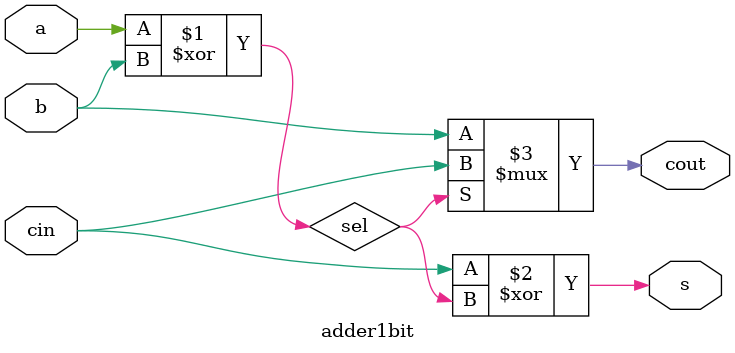
<source format=v>
module adder1bit(a,b,cin,s,cout);
	input a,b,cin;
	output s,cout;
	wire sel;
	assign sel = a^b;
	assign s = cin^sel;
	assign cout = sel?cin:b;
endmodule
</source>
